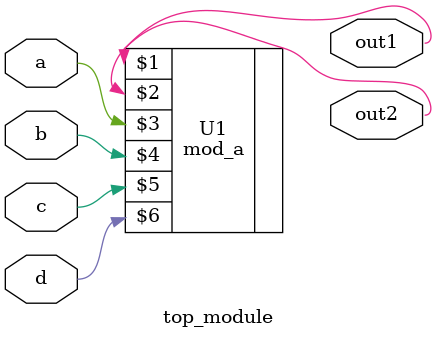
<source format=v>
module top_module ( 
    input a, 
    input b, 
    input c,
    input d,
    output out1,
    output out2
);
    mod_a U1 (out1, out2, a, b, c, d);

endmodule
</source>
